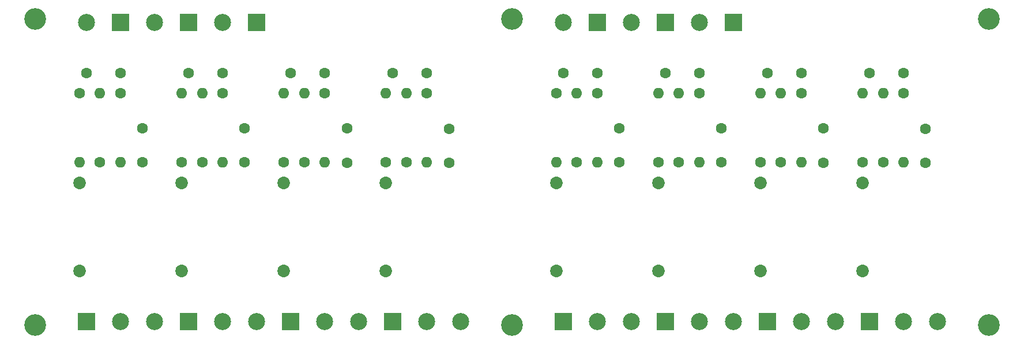
<source format=gts>
%TF.GenerationSoftware,KiCad,Pcbnew,8.0.0*%
%TF.CreationDate,2024-04-03T18:38:51+02:00*%
%TF.ProjectId,zf-filter,7a662d66-696c-4746-9572-2e6b69636164,1.0*%
%TF.SameCoordinates,Original*%
%TF.FileFunction,Soldermask,Top*%
%TF.FilePolarity,Negative*%
%FSLAX46Y46*%
G04 Gerber Fmt 4.6, Leading zero omitted, Abs format (unit mm)*
G04 Created by KiCad (PCBNEW 8.0.0) date 2024-04-03 18:38:51*
%MOMM*%
%LPD*%
G01*
G04 APERTURE LIST*
%ADD10R,2.500000X2.500000*%
%ADD11C,2.500000*%
%ADD12C,3.200000*%
%ADD13C,1.600000*%
%ADD14O,1.600000X1.600000*%
%ADD15C,1.854000*%
G04 APERTURE END LIST*
D10*
X132500000Y-129500000D03*
D11*
X137500000Y-129500000D03*
X142500000Y-129500000D03*
D12*
X80000000Y-85000000D03*
D13*
X162500000Y-95920000D03*
D14*
X162500000Y-106080000D03*
D13*
X207500000Y-92920000D03*
X202500000Y-92920000D03*
D15*
X116500000Y-122080000D03*
X116500000Y-109080000D03*
D12*
X220000000Y-85000000D03*
D13*
X137500000Y-95920000D03*
D14*
X137500000Y-106080000D03*
D10*
X117500000Y-129500000D03*
D11*
X122500000Y-129500000D03*
X127500000Y-129500000D03*
D13*
X192500000Y-92920000D03*
X187500000Y-92920000D03*
X119500000Y-106080000D03*
D14*
X119500000Y-95920000D03*
D13*
X162500000Y-92920000D03*
X157500000Y-92920000D03*
X110750000Y-106070000D03*
X110750000Y-101070000D03*
D12*
X150000000Y-130000000D03*
D13*
X92500000Y-92920000D03*
X87500000Y-92920000D03*
D10*
X102500000Y-129500000D03*
D11*
X107500000Y-129500000D03*
X112500000Y-129500000D03*
D13*
X116500000Y-106080000D03*
D14*
X116500000Y-95920000D03*
D10*
X202500000Y-129500000D03*
D11*
X207500000Y-129500000D03*
X212500000Y-129500000D03*
D13*
X195750000Y-106095000D03*
X195750000Y-101095000D03*
X122500000Y-95920000D03*
D14*
X122500000Y-106080000D03*
D13*
X210750000Y-106100000D03*
X210750000Y-101100000D03*
X104500000Y-106080000D03*
D14*
X104500000Y-95920000D03*
D13*
X207500000Y-95920000D03*
D14*
X207500000Y-106080000D03*
D15*
X131500000Y-122080000D03*
X131500000Y-109080000D03*
D13*
X177500000Y-95920000D03*
D14*
X177500000Y-106080000D03*
D10*
X87500000Y-129500000D03*
D11*
X92500000Y-129500000D03*
X97500000Y-129500000D03*
D12*
X150000000Y-85000000D03*
D13*
X140750000Y-106100000D03*
X140750000Y-101100000D03*
D10*
X172500000Y-129500000D03*
D11*
X177500000Y-129500000D03*
X182500000Y-129500000D03*
D13*
X101500000Y-106080000D03*
D14*
X101500000Y-95920000D03*
D10*
X162500000Y-85500000D03*
D11*
X157500000Y-85500000D03*
D13*
X134500000Y-106080000D03*
D14*
X134500000Y-95920000D03*
D13*
X165750000Y-106070000D03*
X165750000Y-101070000D03*
X92500000Y-95920000D03*
D14*
X92500000Y-106080000D03*
D12*
X220000000Y-130000000D03*
D13*
X89500000Y-106080000D03*
D14*
X89500000Y-95920000D03*
D13*
X107500000Y-95920000D03*
D14*
X107500000Y-106080000D03*
D10*
X112500000Y-85500000D03*
D11*
X107500000Y-85500000D03*
D13*
X95750000Y-106070000D03*
X95750000Y-101070000D03*
X192500000Y-95920000D03*
D14*
X192500000Y-106080000D03*
D12*
X80000000Y-130000000D03*
D13*
X156500000Y-95920000D03*
D14*
X156500000Y-106080000D03*
D13*
X204500000Y-106080000D03*
D14*
X204500000Y-95920000D03*
D10*
X157500000Y-129500000D03*
D11*
X162500000Y-129500000D03*
X167500000Y-129500000D03*
D13*
X177500000Y-92920000D03*
X172500000Y-92920000D03*
D15*
X101500000Y-122080000D03*
X101500000Y-109080000D03*
D10*
X182500000Y-85500000D03*
D11*
X177500000Y-85500000D03*
D13*
X137500000Y-92920000D03*
X132500000Y-92920000D03*
X171500000Y-106080000D03*
D14*
X171500000Y-95920000D03*
D13*
X174500000Y-106080000D03*
D14*
X174500000Y-95920000D03*
D13*
X122500000Y-92920000D03*
X117500000Y-92920000D03*
D10*
X187500000Y-129500000D03*
D11*
X192500000Y-129500000D03*
X197500000Y-129500000D03*
D13*
X131500000Y-106080000D03*
D14*
X131500000Y-95920000D03*
D10*
X102500000Y-85500000D03*
D11*
X97500000Y-85500000D03*
D10*
X92500000Y-85500000D03*
D11*
X87500000Y-85500000D03*
D15*
X186500000Y-122080000D03*
X186500000Y-109080000D03*
X201500000Y-122080000D03*
X201500000Y-109080000D03*
D13*
X159500000Y-106080000D03*
D14*
X159500000Y-95920000D03*
D13*
X180750000Y-106070000D03*
X180750000Y-101070000D03*
D15*
X171500000Y-122080000D03*
X171500000Y-109080000D03*
D13*
X201500000Y-106080000D03*
D14*
X201500000Y-95920000D03*
D13*
X189500000Y-106080000D03*
D14*
X189500000Y-95920000D03*
D13*
X186500000Y-106080000D03*
D14*
X186500000Y-95920000D03*
D10*
X172500000Y-85500000D03*
D11*
X167500000Y-85500000D03*
D13*
X125750000Y-106095000D03*
X125750000Y-101095000D03*
X86500000Y-95920000D03*
D14*
X86500000Y-106080000D03*
D15*
X86500000Y-122080000D03*
X86500000Y-109080000D03*
X156500000Y-122080000D03*
X156500000Y-109080000D03*
D13*
X107500000Y-92920000D03*
X102500000Y-92920000D03*
M02*

</source>
